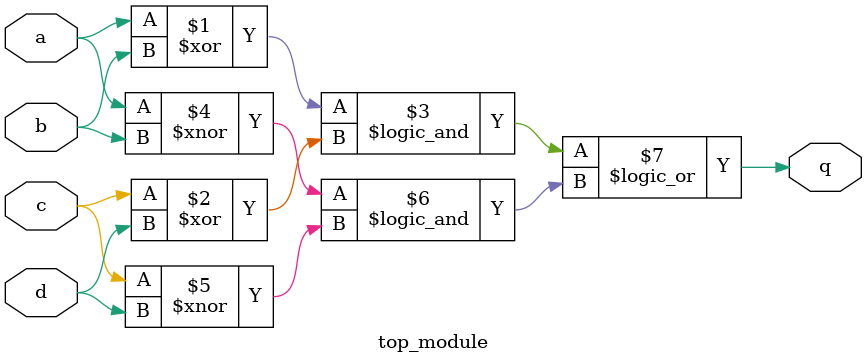
<source format=v>
module top_module (
    input a,
    input b,
    input c,
    input d,
    output q
);
    assign q = ( (a^b)&&(c^d)) || ((a~^b)&&(c~^d) );

endmodule
</source>
